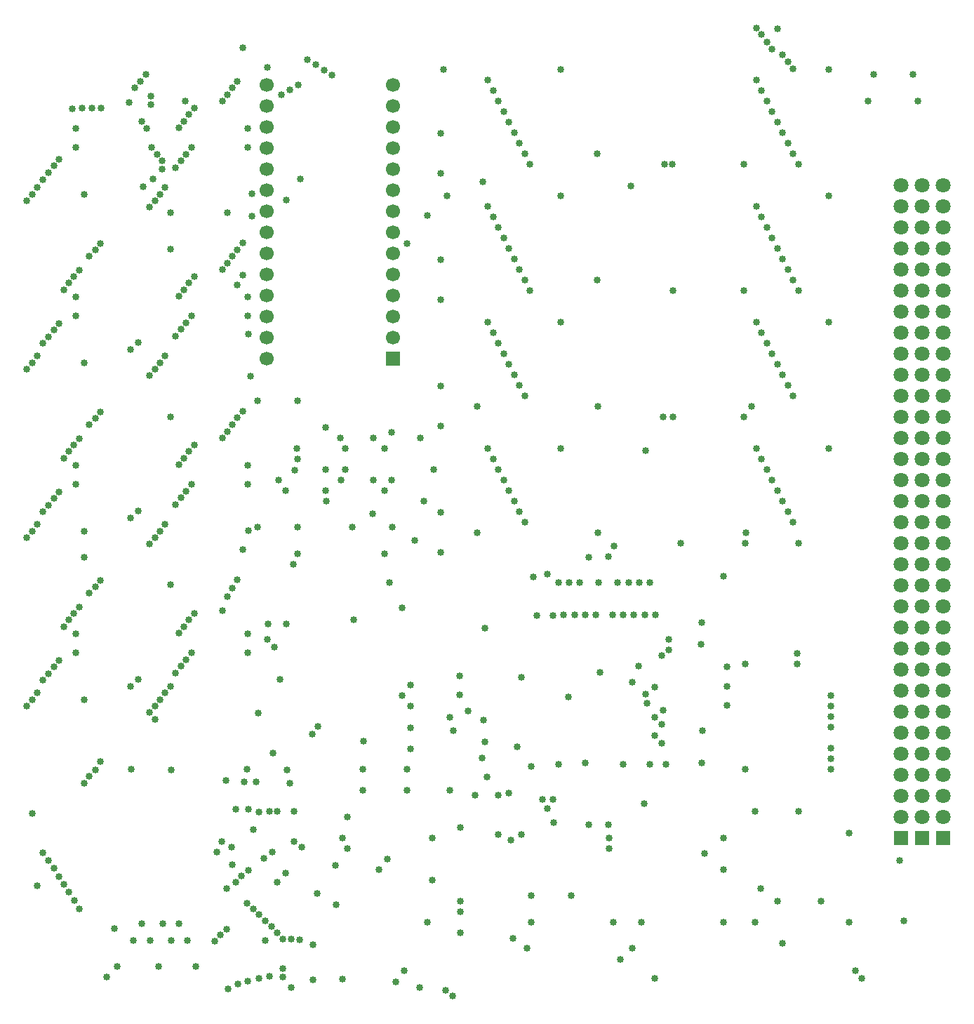
<source format=gbr>
G04 PCB Fabrication Data in Gerber  Example 1, created by Karel Tavernier, Filip Vermeire and Thomas Weyn*
G04 Ucamco copyright*
%TF.GenerationSoftware,Ucamco,UcamX,1.1.0-140320*%
%TF.CreationDate,2014-06-18T00:00;00+01:00*%
%FSLAX35Y35*%
%MOMM*%
%TF.FileFunction,Soldermask,Bot*%
%TF.FilePolarity,Negative*%
%TF.Part,Single*%
%TF.SameCoordinates,f8d53b1f8c81977d8c3d0dffcc4c4bd6e6770c0f*%
%ADD10C,0.85000*%
%ADD11C,1.70000*%
%ADD12C,1.80000*%
%ADD13R,1.70000X1.70000*%
%ADD14R,1.80000X1.80000*%
G01*
%LPD*%
D10*
X7664999Y3689998D03*
X8359999Y1874998D03*
X9882998Y3650498D03*
X9034999Y1450000D03*
X9299997Y795000D03*
X9234998Y1299998D03*
X9764997D03*
X8964999Y2379998D03*
X9494998D03*
X7754998Y3515000D03*
X9882998Y3396498D03*
X7209999Y1934997D03*
X7484999Y3943497D03*
X7754998Y3294997D03*
X9885815Y3015498D03*
X7844999Y3429998D03*
X9882998Y3142498D03*
X7854998Y3599998D03*
X9882998Y3523498D03*
X5009998Y1044999D03*
X5674997Y3029999D03*
X7759738Y3883497D03*
X9882998Y3777498D03*
X5009998Y9569999D03*
X5694997Y3485000D03*
X4704999Y3779998D03*
Y4834999D03*
X3369999Y260000D03*
Y839999D03*
X4919998Y260000D03*
X5328499Y3353499D03*
X5284999Y3515000D03*
X6144999Y4004999D03*
X5410000Y919998D03*
X6529997Y2524999D03*
X2474999Y1889999D03*
X2539997Y4806137D03*
Y6885999D03*
Y8917998D03*
Y10949999D03*
X3104998Y2381819D03*
X3144998Y1889999D03*
X4499998Y6254999D03*
Y6761998D03*
X5410000Y1299998D03*
X5733248Y2796289D03*
X7094995Y4063500D03*
X7344994Y599999D03*
X7840896Y4263499D03*
X8626818Y4125308D03*
X7484999Y729998D03*
X7564999Y4134998D03*
X4974999Y6129998D03*
X5249997Y9809998D03*
X6535047Y2246559D03*
X6919999Y2964998D03*
X7844999Y3204997D03*
X9885815Y2888498D03*
X304998Y1490000D03*
Y3810998D03*
Y5842998D03*
Y7874998D03*
Y9909998D03*
X2897385Y9559999D03*
X3634999Y354998D03*
Y774997D03*
X5410000Y1174999D03*
X5618996Y5745998D03*
Y7269998D03*
X6264999Y2924998D03*
X7264997Y5579999D03*
X8857495Y5745998D03*
X8924499Y7269998D03*
X3964999Y6889999D03*
X4349999Y5975000D03*
X8584997Y5219997D03*
X9492496Y5618998D03*
X3239999Y3972499D03*
X3409999Y6499997D03*
X5089998Y6509997D03*
X5204999Y11334999D03*
X7644996Y6734998D03*
X7859997Y7139999D03*
X4584995Y6379997D03*
Y6954997D03*
X2852738Y8144259D03*
X3214997Y6379997D03*
X3304995Y6254999D03*
X3479998Y10009998D03*
X3784999Y6509997D03*
X4246210Y3227499D03*
X7646205Y3796218D03*
X8326138Y4664698D03*
X3990000Y360002D03*
Y2065000D03*
X4557698Y5145979D03*
X7629997Y2474999D03*
X7754998Y364998D03*
X10254998D03*
X10714058Y1789059D03*
X1432446Y3892499D03*
Y5924499D03*
Y7956497D03*
X1581569Y9920509D03*
X3683706Y1394048D03*
X4498549Y5490819D03*
X5685120Y9982337D03*
X6463498Y5242748D03*
X180000Y3650998D03*
Y5682999D03*
Y7714999D03*
Y9749999D03*
X1144999Y388480D03*
X2594998Y959998D03*
X4769998Y9234998D03*
X2534996Y2019998D03*
X2599998Y4974999D03*
Y6965998D03*
Y8997998D03*
Y9604997D03*
Y11029998D03*
X3404999Y2019998D03*
X3469998Y835000D03*
X1914997Y3893998D03*
Y5114747D03*
Y7143298D03*
Y9165308D03*
Y9604997D03*
X2090618Y10955007D03*
X3314995Y9754997D03*
X1849999Y3813998D03*
Y5845998D03*
Y7877998D03*
Y9909998D03*
X2914998Y2159998D03*
X2944998Y2739999D03*
X1789999Y3733998D03*
Y5765998D03*
Y7797998D03*
Y9829998D03*
X1724998Y3653999D03*
Y5685998D03*
Y7717999D03*
Y9749999D03*
X1664998Y3573999D03*
Y5605999D03*
Y7637999D03*
Y9669999D03*
X2851839Y5771517D03*
X2876799Y7636498D03*
X2898048Y9834618D03*
X2975869Y3572498D03*
X2979870Y2375809D03*
X3204997Y1527419D03*
Y2379998D03*
X3694999Y3404999D03*
X3791738Y6126998D03*
X3041150Y1817728D03*
X3148668Y3086979D03*
X3624999Y3314997D03*
X3788418Y6253998D03*
X3973630Y6380998D03*
X5505788Y3595010D03*
X244998Y2359998D03*
Y3730999D03*
Y5762999D03*
Y7794999D03*
Y9829998D03*
X2514999Y889998D03*
X6290818Y5211358D03*
X6334999Y4749998D03*
X875000Y2724999D03*
Y3732499D03*
Y5448318D03*
Y5759100D03*
Y7796497D03*
Y9828497D03*
X1414999Y10931908D03*
X2444999Y815000D03*
X3859998Y11264999D03*
X935000Y2809999D03*
Y5015999D03*
Y7047997D03*
Y9079997D03*
X1480000Y11109998D03*
X2584998Y2754999D03*
X2594998Y1454999D03*
X3769998Y11324999D03*
X1005000Y2884998D03*
Y5090998D03*
Y7122998D03*
Y9154998D03*
X1550000Y11189998D03*
X2699997Y1530000D03*
Y2409997D03*
X3669995Y11389998D03*
X1069998Y2984998D03*
Y5170998D03*
Y7202998D03*
Y9234998D03*
X1620000Y11269998D03*
X2769999Y1604998D03*
X2804996Y2739999D03*
X3083088Y4458109D03*
X3569998Y11449998D03*
X2784995Y5541379D03*
Y7205998D03*
Y8849997D03*
Y9237998D03*
X2785277Y11596796D03*
X2854998Y1669999D03*
Y2404999D03*
X3164997Y4366588D03*
X2657658Y1737218D03*
X2719999Y5174998D03*
Y7129978D03*
Y8729998D03*
Y9157998D03*
Y11189998D03*
X3299998Y1635069D03*
X3354999Y2724999D03*
X2654999Y1949999D03*
X2659995Y5074998D03*
Y7045998D03*
Y9077998D03*
Y11109998D03*
X3404999Y2379998D03*
X3499998Y1949999D03*
X1239998Y969998D03*
X1974998Y4053998D03*
Y6085998D03*
Y8117998D03*
Y10149997D03*
X2609997Y244998D03*
X2834998Y1274998D03*
X7694999Y5144999D03*
X9428995Y5872998D03*
Y7396998D03*
Y8793998D03*
Y10317998D03*
Y11344999D03*
X1470000Y825000D03*
X2039998Y4133998D03*
Y6165998D03*
Y8197998D03*
Y10229997D03*
X2724999Y304998D03*
X2914998Y1209998D03*
X7634996Y4754999D03*
X9364998Y11429998D03*
X9365496Y5999998D03*
Y7523998D03*
Y8920998D03*
Y10444998D03*
X689998Y1409997D03*
Y4690999D03*
Y6722999D03*
Y8754999D03*
X845000Y10864998D03*
X1564998Y10704998D03*
X6063496Y6126998D03*
Y7650998D03*
Y9047998D03*
Y10571998D03*
X6919999Y4754999D03*
X629996Y1504999D03*
Y4610999D03*
Y6642999D03*
Y8674999D03*
X729998Y10854998D03*
X1630000Y10624998D03*
X5999995Y6253998D03*
Y7777998D03*
Y9174998D03*
Y10698998D03*
X6854995Y5144999D03*
X569999Y1600000D03*
Y4205999D03*
Y6237999D03*
Y8269999D03*
Y10249997D03*
X1689996Y10389997D03*
X5936495Y6380998D03*
Y7904998D03*
Y9301998D03*
Y10825998D03*
X6789999Y4754999D03*
X509999Y1694998D03*
Y4125999D03*
Y6157999D03*
Y8189999D03*
Y10169998D03*
X1749999Y10309997D03*
X5872996Y6507998D03*
Y8031998D03*
Y9428998D03*
Y10952998D03*
X6724998Y5144999D03*
X444998Y1794998D03*
Y4040998D03*
Y6072998D03*
Y8104998D03*
Y10089998D03*
X1814997Y10229997D03*
X5809496Y6634998D03*
Y8158998D03*
Y9555998D03*
Y11079998D03*
X6659997Y4754999D03*
X369999Y1884997D03*
Y3965999D03*
Y5997999D03*
Y8029997D03*
Y10004999D03*
X1814396Y10129997D03*
X5745996Y6761998D03*
Y8285998D03*
Y9682998D03*
Y11206998D03*
X6594995Y5144999D03*
X1570000Y1024999D03*
X2105000Y4213997D03*
Y6245997D03*
Y8277997D03*
Y10309997D03*
X2850000Y334998D03*
X2984998Y1134999D03*
X7569998Y5144999D03*
X9301996Y6126998D03*
Y7650998D03*
Y9047998D03*
Y10571998D03*
Y11509998D03*
X1669996Y825000D03*
X2169996Y4294000D03*
Y6325997D03*
Y8357997D03*
Y10389997D03*
X2979999Y364998D03*
X3059999Y1064999D03*
X3079999Y11354999D03*
X7504999Y4754999D03*
X9238495Y6253998D03*
Y7777998D03*
Y9174998D03*
Y10698998D03*
Y11824998D03*
X1819999Y1024999D03*
X2014995Y4533999D03*
Y6565999D03*
Y8597999D03*
Y10629999D03*
X3104998Y394998D03*
X3134997Y995000D03*
X7439998Y5144999D03*
X9174996Y6380998D03*
Y7904998D03*
Y9301998D03*
Y10825998D03*
Y11574999D03*
X1919996Y825000D03*
X2074997Y4613999D03*
Y6645999D03*
Y8677999D03*
Y10709999D03*
X3204997Y919998D03*
X3254997Y11024997D03*
X3269998Y384998D03*
X7374994Y4754999D03*
X9111496Y6507998D03*
Y8031998D03*
Y9428998D03*
Y10952998D03*
Y11664999D03*
X2019998Y1024999D03*
X2135000Y4693999D03*
Y6725999D03*
Y8757999D03*
Y10789999D03*
X3269998Y485000D03*
Y839999D03*
X3354999Y11084997D03*
X7309998Y5144999D03*
X9047996Y6634998D03*
Y8158998D03*
Y9555998D03*
Y11079998D03*
Y11754998D03*
X2119998Y825000D03*
X2205000Y4773999D03*
Y6805999D03*
Y8837998D03*
Y10869999D03*
X3454999Y11144997D03*
X7244997Y4754999D03*
X8984496Y6761998D03*
Y8285998D03*
Y9682998D03*
Y11206998D03*
Y11834998D03*
X815000Y1204999D03*
Y4850998D03*
Y6882999D03*
Y8914999D03*
X1079998Y10869999D03*
X1679997Y11009999D03*
X6190496Y5872998D03*
Y7396998D03*
Y8793998D03*
Y10317998D03*
X7079998Y5144999D03*
X749999Y4770999D03*
Y6802999D03*
Y8834999D03*
X754995Y1309997D03*
X969998Y10864998D03*
X1679997Y10909999D03*
X6126996Y5999998D03*
Y7523998D03*
Y8920998D03*
Y10444998D03*
X7049999Y4754999D03*
X769998Y4298999D03*
Y6330999D03*
Y8362998D03*
Y10394999D03*
X1269998Y509999D03*
X1439997Y2889999D03*
X2219998Y509999D03*
X2836997Y2889999D03*
X2850000Y4528998D03*
Y6560998D03*
Y8592998D03*
Y10624998D03*
X3054995Y825000D03*
X3314995Y4644999D03*
X3444999Y5489999D03*
Y5809999D03*
Y6634998D03*
X3449996Y7334997D03*
X3784999Y7014998D03*
X3904999Y1729999D03*
X4050000Y2314999D03*
X4589999Y5809999D03*
X4864997Y5654997D03*
X4924999Y6889999D03*
X5069998Y1554998D03*
X5174496Y5987298D03*
Y7511298D03*
Y9035298D03*
Y10559298D03*
X5404998Y4019999D03*
X5593595Y2579899D03*
X5709996Y3224998D03*
Y4589999D03*
X6049998Y855000D03*
X6219995Y729998D03*
X6399997Y2529998D03*
X6529997Y4744999D03*
X6622296Y6761998D03*
Y8285998D03*
Y9809998D03*
Y11333998D03*
X6749994Y1364999D03*
X7062999Y8793998D03*
Y10317998D03*
X7194997Y2225000D03*
Y5454998D03*
X7209999Y2065000D03*
X7699997Y2954998D03*
X7764999Y4754999D03*
X7929997Y4329999D03*
X7968495Y10190998D03*
X7981196Y7142998D03*
Y8666998D03*
X8073898Y5618998D03*
X8329998Y3354999D03*
X8589998Y1684998D03*
Y2065000D03*
X8624994Y3659998D03*
X8964999Y1044999D03*
X9860795Y6761998D03*
Y8285998D03*
Y9809998D03*
Y11333998D03*
X10104999Y1044999D03*
Y2125000D03*
X10334999Y10954997D03*
X10394999Y11269998D03*
X10759999Y1059998D03*
X5320000Y154999D03*
X6253996Y8666998D03*
Y10190998D03*
X6464999Y2419998D03*
X7464999Y9924997D03*
X7879595Y10190998D03*
X9492496Y8666998D03*
Y10190998D03*
X1525377Y3972499D03*
Y6004499D03*
Y8036499D03*
X1705219Y10013699D03*
X1730939Y3493498D03*
X4234998Y2639997D03*
X4429999Y1679999D03*
X4635000Y324998D03*
X8319999Y4394998D03*
X9474997Y4160000D03*
X5872996Y2579899D03*
X6098497Y3158497D03*
X6712189Y3765629D03*
X5999229Y2607740D03*
X6024575Y2033278D03*
X6593497Y2950269D03*
X5234999Y225001D03*
X5284999Y2634998D03*
X5410000Y2189998D03*
X7929997Y4459999D03*
X9474997Y4284998D03*
X769998Y4528998D03*
Y6560998D03*
Y8592998D03*
Y10624998D03*
X1769999Y509999D03*
X1923996Y2887000D03*
X2850000Y4298999D03*
Y6330999D03*
Y8362998D03*
Y10394999D03*
X2964998Y5809999D03*
Y7334997D03*
X3089999Y4644999D03*
X3320996Y2887000D03*
X3395460Y5367168D03*
X3439996Y6759997D03*
X3909998Y1259998D03*
X4024998Y6509997D03*
Y6759997D03*
X4050000Y1934997D03*
X4110000Y5809999D03*
X4124998Y4694999D03*
X4364998Y6379997D03*
Y6889999D03*
X4765000Y2639997D03*
Y2889999D03*
X4809998Y3139999D03*
Y3394999D03*
Y3649998D03*
Y3904999D03*
X5069998Y2065000D03*
X5174496Y5504698D03*
Y7028698D03*
Y8552698D03*
Y10076698D03*
X5404998Y3789998D03*
X5872996Y2104898D03*
X6152396D03*
X6269997Y1049998D03*
Y1364999D03*
X6964998Y2225000D03*
Y5450000D03*
X7067388Y7269998D03*
X7068289Y5745998D03*
X7254997Y1044999D03*
X7374994Y2954998D03*
X7599997Y1049998D03*
X7894995Y2954998D03*
X8324997Y2964998D03*
X8589998Y1044999D03*
X8624994Y3889998D03*
X8832497Y10190998D03*
X8833655Y8666998D03*
X8836096Y7139999D03*
X8847618Y5618998D03*
X8847998Y2888498D03*
Y4158498D03*
X10874998Y11269998D03*
X10934995Y10954997D03*
X4234998Y2889999D03*
X4529999Y1809999D03*
X4735000Y465001D03*
X10174996D03*
D11*
X4602996Y8095498D03*
Y8349498D03*
Y8603498D03*
Y8857498D03*
Y9111498D03*
Y9365498D03*
Y9619498D03*
Y9873498D03*
Y10127498D03*
Y10381498D03*
Y10635498D03*
Y10889498D03*
Y11143498D03*
X3078995D03*
Y10889498D03*
Y10635498D03*
Y10381498D03*
Y10127498D03*
Y9873498D03*
Y9619498D03*
Y9365498D03*
Y9111498D03*
Y8857498D03*
Y8603498D03*
Y8349498D03*
Y8095498D03*
Y7841498D03*
D12*
X11237999Y2316998D03*
Y2570998D03*
Y2824998D03*
Y3078998D03*
Y3332998D03*
Y3586998D03*
Y3840998D03*
Y4094998D03*
Y4348998D03*
Y4602998D03*
Y4856998D03*
Y5110998D03*
Y5364998D03*
Y5618998D03*
Y5872998D03*
Y6126998D03*
Y6380998D03*
Y6634998D03*
Y6888998D03*
Y7142998D03*
Y7396998D03*
Y7650998D03*
Y7904998D03*
Y8158998D03*
Y8412998D03*
Y8666998D03*
Y8920998D03*
Y9174998D03*
Y9428998D03*
Y9682998D03*
Y9936998D03*
X10983999Y2316998D03*
Y2570998D03*
Y2824998D03*
Y3078998D03*
Y3332998D03*
Y3586998D03*
Y3840998D03*
Y4094998D03*
Y4348998D03*
Y4602998D03*
Y4856998D03*
Y5110998D03*
Y5364998D03*
Y5618998D03*
Y5872998D03*
Y6126998D03*
Y6380998D03*
Y6634998D03*
Y6888998D03*
Y7142998D03*
Y7396998D03*
Y7650998D03*
Y7904998D03*
Y8158998D03*
Y8412998D03*
Y8666998D03*
Y8920998D03*
Y9174998D03*
Y9428998D03*
Y9682998D03*
Y9936998D03*
X10729999Y2316998D03*
Y2570998D03*
Y2824998D03*
Y3078998D03*
Y3332998D03*
Y3586998D03*
Y3840998D03*
Y4094998D03*
Y4348998D03*
Y4602998D03*
Y4856998D03*
Y5110998D03*
Y5364998D03*
Y5618998D03*
Y5872998D03*
Y6126998D03*
Y6380998D03*
Y6634998D03*
Y6888998D03*
Y7142998D03*
Y7396998D03*
Y7650998D03*
Y7904998D03*
Y8158998D03*
Y8412998D03*
Y8666998D03*
Y8920998D03*
Y9174998D03*
Y9428998D03*
Y9682998D03*
Y9936998D03*
D13*
X4602988Y7841488D03*
D14*
X10729976Y2062988D03*
X10983976D03*
X11237976D03*
M02*
</source>
